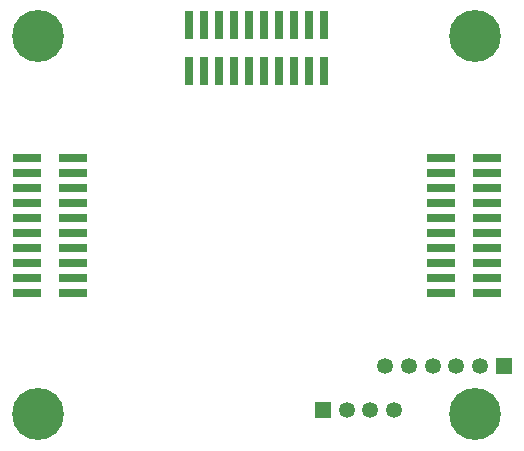
<source format=gbr>
%TF.GenerationSoftware,KiCad,Pcbnew,9.0.6*%
%TF.CreationDate,2026-01-01T11:49:18+08:00*%
%TF.ProjectId,soulcore,736f756c-636f-4726-952e-6b696361645f,rev?*%
%TF.SameCoordinates,Original*%
%TF.FileFunction,Soldermask,Bot*%
%TF.FilePolarity,Negative*%
%FSLAX46Y46*%
G04 Gerber Fmt 4.6, Leading zero omitted, Abs format (unit mm)*
G04 Created by KiCad (PCBNEW 9.0.6) date 2026-01-01 11:49:18*
%MOMM*%
%LPD*%
G01*
G04 APERTURE LIST*
%ADD10C,4.400000*%
%ADD11R,1.350000X1.350000*%
%ADD12C,1.350000*%
%ADD13R,2.400000X0.740000*%
%ADD14R,0.740000X2.400000*%
G04 APERTURE END LIST*
D10*
%TO.C,H4*%
X143500000Y-104000000D03*
%TD*%
%TO.C,H3*%
X143500000Y-136000000D03*
%TD*%
%TO.C,H2*%
X106500000Y-104000000D03*
%TD*%
D11*
%TO.C,J2*%
X145880000Y-131940000D03*
D12*
X143880000Y-131940000D03*
X141880000Y-131940000D03*
X139880000Y-131940000D03*
X137880000Y-131940000D03*
X135880000Y-131940000D03*
%TD*%
D10*
%TO.C,H1*%
X106500000Y-136000000D03*
%TD*%
D11*
%TO.C,J5*%
X130580000Y-135650000D03*
D12*
X132580000Y-135650000D03*
X134580000Y-135650000D03*
X136580000Y-135650000D03*
%TD*%
D13*
%TO.C,J3*%
X144450000Y-114285000D03*
X140550000Y-114285000D03*
X144450000Y-115555000D03*
X140550000Y-115555000D03*
X144450000Y-116825000D03*
X140550000Y-116825000D03*
X144450000Y-118095000D03*
X140550000Y-118095000D03*
X144450000Y-119365000D03*
X140550000Y-119365000D03*
X144450000Y-120635000D03*
X140550000Y-120635000D03*
X144450000Y-121905000D03*
X140550000Y-121905000D03*
X144450000Y-123175000D03*
X140550000Y-123175000D03*
X144450000Y-124445000D03*
X140550000Y-124445000D03*
X144450000Y-125715000D03*
X140550000Y-125715000D03*
%TD*%
%TO.C,J1*%
X109450000Y-114285000D03*
X105550000Y-114285000D03*
X109450000Y-115555000D03*
X105550000Y-115555000D03*
X109450000Y-116825000D03*
X105550000Y-116825000D03*
X109450000Y-118095000D03*
X105550000Y-118095000D03*
X109450000Y-119365000D03*
X105550000Y-119365000D03*
X109450000Y-120635000D03*
X105550000Y-120635000D03*
X109450000Y-121905000D03*
X105550000Y-121905000D03*
X109450000Y-123175000D03*
X105550000Y-123175000D03*
X109450000Y-124445000D03*
X105550000Y-124445000D03*
X109450000Y-125715000D03*
X105550000Y-125715000D03*
%TD*%
D14*
%TO.C,J4*%
X130715000Y-106950000D03*
X130715000Y-103050000D03*
X129445000Y-106950000D03*
X129445000Y-103050000D03*
X128175000Y-106950000D03*
X128175000Y-103050000D03*
X126905000Y-106950000D03*
X126905000Y-103050000D03*
X125635000Y-106950000D03*
X125635000Y-103050000D03*
X124365000Y-106950000D03*
X124365000Y-103050000D03*
X123095000Y-106950000D03*
X123095000Y-103050000D03*
X121825000Y-106950000D03*
X121825000Y-103050000D03*
X120555000Y-106950000D03*
X120555000Y-103050000D03*
X119285000Y-106950000D03*
X119285000Y-103050000D03*
%TD*%
M02*

</source>
